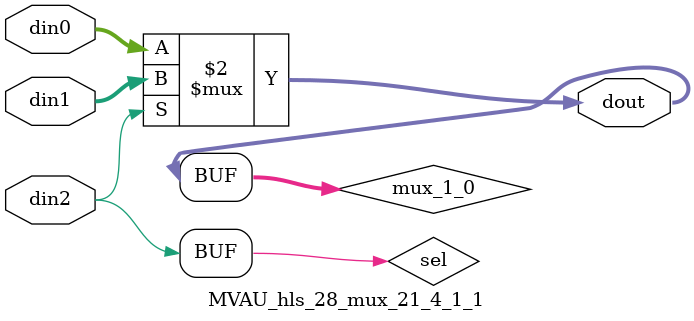
<source format=v>

`timescale 1ns/1ps

module MVAU_hls_28_mux_21_4_1_1 #(
parameter
    ID                = 0,
    NUM_STAGE         = 1,
    din0_WIDTH       = 32,
    din1_WIDTH       = 32,
    din2_WIDTH         = 32,
    dout_WIDTH            = 32
)(
    input  [3 : 0]     din0,
    input  [3 : 0]     din1,
    input  [0 : 0]    din2,
    output [3 : 0]   dout);

// puts internal signals
wire [0 : 0]     sel;
// level 1 signals
wire [3 : 0]         mux_1_0;

assign sel = din2;

// Generate level 1 logic
assign mux_1_0 = (sel[0] == 0)? din0 : din1;

// output logic
assign dout = mux_1_0;

endmodule

</source>
